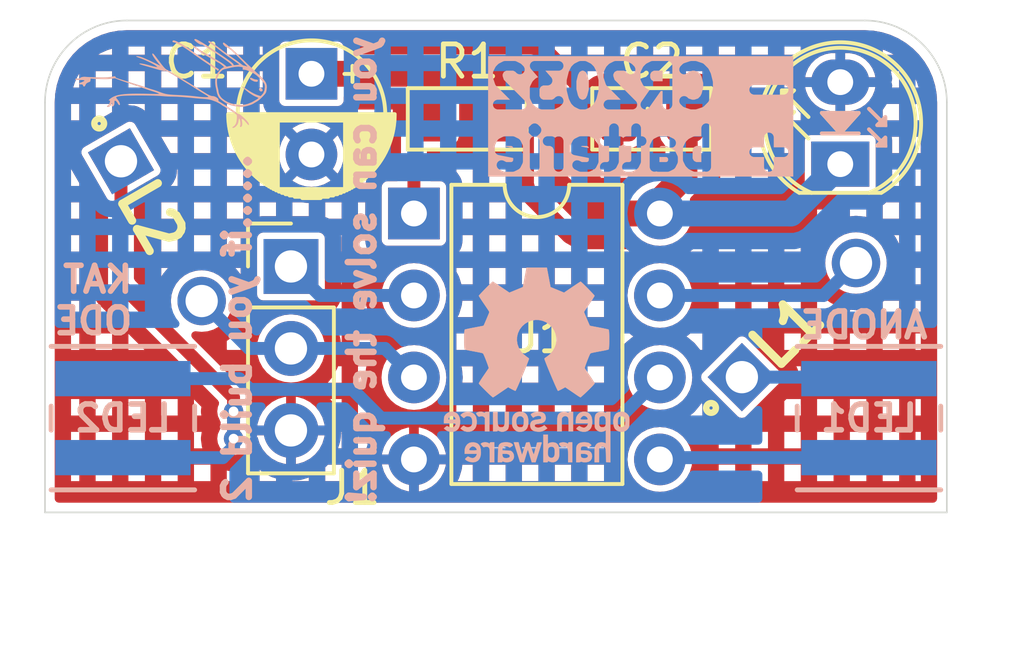
<source format=kicad_pcb>
(kicad_pcb (version 20240108) (generator "pcbnew") (generator_version "8.0")
  (title_block (title "FF2.0") (date "2024-12-14") (rev "0.2.0") (company "25mmHg"))
  (layers (0 "F.Cu" signal) (31 "B.Cu" signal) (34 "B.Paste" user) (35 "F.Paste" user) (36 "B.SilkS" user "B.Silkscreen") (37 "F.SilkS" user "F.Silkscreen") (38 "B.Mask" user) (39 "F.Mask" user) (44 "Edge.Cuts" user))
  (net 0 "")
  (net 1 "GND")
  (net 2 "+3V3")
  (net 3 "Net-(U1-PB3)")
  (net 4 "/pb4")
  (net 5 "/pb2")
  (net 6 "Net-(L1-Pad1)")
  (net 7 "Net-(L2-Pad1)")
  (net 8 "Net-(U1-PB0)")
  (net 9 "Net-(U1-PB1)")
  (net 10 "Net-(U1-~{RESET}{slash}PB5)")
  (footprint "FF2.0Library:C_0805_2012Metric_Pad1.15x1.40mm_HandSolder" (layer "F.Cu") (at 120.396 104.648 180)
    (property "Reference" "C2" (at 0 1.778 180) (layer "F.SilkS"))
    (property "Value" "100nF 1206")
    (pad "1" smd roundrect (at -1.025 0 180) (size 1.15 1.4) (layers "F.Cu" "F.Paste" "F.Mask") (roundrect_rratio 0.217391) (net 2 "+3V3"))
    (pad "2" smd roundrect (at 1.025 0 180) (size 1.15 1.4) (layers "F.Cu" "F.Paste" "F.Mask") (roundrect_rratio 0.217391) (net 1 "GND"))
  )
  (footprint "FF2.0Library:CP_Radial_D5.0mm_P2.50mm" (layer "F.Cu") (at 109.855 103.251 -90)
    (property "Reference" "C1" (at -0.381 3.556 0) (layer "F.SilkS"))
    (property "Value" "100uF 10V" (hide yes))
    (pad "1" thru_hole rect (at 0 0 270) (size 1.6 1.6) (drill 0.8) (layers "*.Cu" "*.Mask") (net 2 "+3V3"))
    (pad "2" thru_hole circle (at 2.5 0 270) (size 1.6 1.6) (drill 0.8) (layers "*.Cu" "*.Mask") (net 1 "GND"))
  )
  (footprint "FF2.0Library:DIP-8_W7.62mm" (layer "F.Cu") (at 113.03 107.579)
    (property "Reference" "U1" (at 3.81 3.8 0) (layer "F.SilkS"))
    (property "Value" "ATtiny13A-P")
    (pad "1" thru_hole rect (at 0 0) (size 1.6 1.6) (drill 0.8) (layers "*.Cu" "*.Mask") (net 10 "Net-(U1-~{RESET}{slash}PB5)"))
    (pad "2" thru_hole oval (at 0 2.54) (size 1.6 1.6) (drill 0.8) (layers "*.Cu" "*.Mask") (net 3 "Net-(U1-PB3)"))
    (pad "3" thru_hole oval (at 0 5.08) (size 1.6 1.6) (drill 0.8) (layers "*.Cu" "*.Mask") (net 4 "/pb4"))
    (pad "4" thru_hole oval (at 0 7.62) (size 1.6 1.6) (drill 0.8) (layers "*.Cu" "*.Mask") (net 1 "GND"))
    (pad "5" thru_hole oval (at 7.62 7.62) (size 1.6 1.6) (drill 0.8) (layers "*.Cu" "*.Mask") (net 8 "Net-(U1-PB0)"))
    (pad "6" thru_hole oval (at 7.62 5.08) (size 1.6 1.6) (drill 0.8) (layers "*.Cu" "*.Mask") (net 9 "Net-(U1-PB1)"))
    (pad "7" thru_hole oval (at 7.62 2.54) (size 1.6 1.6) (drill 0.8) (layers "*.Cu" "*.Mask") (net 5 "/pb2"))
    (pad "8" thru_hole oval (at 7.62 0) (size 1.6 1.6) (drill 0.8) (layers "*.Cu" "*.Mask") (net 2 "+3V3"))
  )
  (footprint "FF2.0Library:B78148S" (layer "F.Cu") (at 123.19 112.649 45)
    (property "Reference" "L1" (at 1.975656 0 45) (layer "F.SilkS") (effects (font (size 1.27 1.27) (thickness 0.254))))
    (property "Value" "B78148S1334J000" (hide yes))
    (pad "1" thru_hole rect (at 0 0 45) (size 1.5 1.5) (drill 1) (layers "*.Cu" "*.Mask") (net 6 "Net-(L1-Pad1)"))
    (pad "2" thru_hole circle (at 5 0 45) (size 1.5 1.5) (drill 1) (layers "*.Cu" "*.Mask") (net 5 "/pb2"))
  )
  (footprint "FF2.0Library:R_0805_2012Metric_Pad1.15x1.40mm_HandSolder" (layer "F.Cu") (at 114.681 104.648 180)
    (property "Reference" "R1" (at 0 1.778 0) (layer "F.SilkS"))
    (property "Value" "1k")
    (pad "1" smd roundrect (at -1.025 0 180) (size 1.15 1.4) (layers "F.Cu" "F.Paste" "F.Mask") (roundrect_rratio 0.217391) (net 2 "+3V3"))
    (pad "2" smd roundrect (at 1.025 0 180) (size 1.15 1.4) (layers "F.Cu" "F.Paste" "F.Mask") (roundrect_rratio 0.217391) (net 10 "Net-(U1-~{RESET}{slash}PB5)"))
  )
  (footprint "FF2.0Library:LED_D5.0mm_Clear" (layer "F.Cu") (at 126.238 106.05 90)
    (property "Reference" "D1" (hide yes))
    (property "Value" "LED unused" (hide yes))
    (pad "1" thru_hole rect (at 0 0 90) (size 1.4 1.8) (drill 0.8) (layers "*.Cu" "*.Mask") (net 2 "+3V3"))
    (pad "2" thru_hole oval (at 2.54 0 90) (size 1.4 1.8) (drill 0.8) (layers "*.Cu" "*.Mask") (net 1 "GND"))
  )
  (footprint "FF2.0Library:PinHeader_1x03_P2.54mm_Vertical" (layer "F.Cu") (at 109.22 109.22)
    (property "Reference" "J1" (at 1.905 6.858 0) (layer "F.SilkS"))
    (property "Value" "PINHD_1x3_Male")
    (pad "1" thru_hole rect (at 0 0) (size 1.7 1.7) (drill 1) (layers "*.Cu" "*.Mask") (net 3 "Net-(U1-PB3)"))
    (pad "2" thru_hole oval (at 0 2.54) (size 1.7 1.7) (drill 1) (layers "*.Cu" "*.Mask") (net 4 "/pb4"))
    (pad "3" thru_hole oval (at 0 5.08) (size 1.7 1.7) (drill 1) (layers "*.Cu" "*.Mask") (net 1 "GND"))
  )
  (footprint "FF2.0Library:B78148S" (layer "F.Cu") (at 103.954 105.961046 -60)
    (property "Reference" "L2" (at 1.976514 0.046485 120) (layer "F.SilkS") (effects (font (size 1.27 1.27) (thickness 0.254))))
    (property "Value" "B78148S1334J000" (hide yes))
    (pad "1" thru_hole rect (at 0 0 300) (size 1.5 1.5) (drill 1) (layers "*.Cu" "*.Mask") (net 7 "Net-(L2-Pad1)"))
    (pad "2" thru_hole circle (at 5 0 300) (size 1.5 1.5) (drill 1) (layers "*.Cu" "*.Mask") (net 4 "/pb4"))
  )
  (footprint "FF2.0Library:LED_LS A676-P2S1-1-0-20-R33-Z_AOS" (layer "B.Cu") (at 127.127 113.919 90)
    (property "Reference" "LED1" (at 0 0 0) (layer "B.SilkS") (effects (font (size 0.8 0.8) (thickness 0.175) (bold yes)) (justify mirror)))
    (property "Value" "LS A676 (side red)")
    (pad "1" smd rect (at -1.223902 0 90) (size 1.0922 4.191) (layers "B.Cu" "B.Paste" "B.Mask") (net 8 "Net-(U1-PB0)"))
    (pad "2" smd rect (at 1.223902 0 90) (size 1.0922 4.191) (layers "B.Cu" "B.Paste" "B.Mask") (net 6 "Net-(L1-Pad1)"))
  )
  (footprint "FF2.0Library:OSHW-Logo_5.7x6mm_SilkScreen" (layer "B.Cu") (at 116.84 112.268 180)
    (property "Reference" "REF**" (hide yes))
    (property "Value" "OSHW-Logo_5.7x6mm_SilkScreen" (hide yes))
  )
  (footprint "FF2.0Library:LED_LS A676-P2S1-1-0-20-R33-Z_AOS" (layer "B.Cu") (at 104.013 113.919 -90)
    (property "Reference" "LED2" (at 0 0 0) (layer "B.SilkS") (effects (font (size 0.8 0.8) (thickness 0.175) (bold yes)) (justify mirror)))
    (property "Value" "LS A676 (side red)")
    (pad "1" smd rect (at -1.223902 0 270) (size 1.0922 4.191) (layers "B.Cu" "B.Paste" "B.Mask") (net 9 "Net-(U1-PB1)"))
    (pad "2" smd rect (at 1.223902 0 270) (size 1.0922 4.191) (layers "B.Cu" "B.Paste" "B.Mask") (net 7 "Net-(L2-Pad1)"))
  )
  (footprint "FF2.0Library:Flyer" (layer "B.Cu") (at 106.807 104.013 180)
    (property "Reference" "REF**" (hide yes))
    (property "Value" "LOGO" (hide yes))
  )
  (gr_line (start 127 101.6) (end 104.14 101.6) (stroke (width 0.05)) (layer "Edge.Cuts"))
  (gr_line (start 101.6 116.84) (end 129.54 116.84) (stroke (width 0.05)) (layer "Edge.Cuts"))
  (gr_line (start 129.54 116.84) (end 129.54 104.14) (stroke (width 0.05)) (layer "Edge.Cuts"))
  (gr_arc (start 127 101.6) (mid 128.796051 102.343949) (end 129.54 104.14) (stroke (width 0.05)) (layer "Edge.Cuts"))
  (gr_arc (start 101.6 104.14) (mid 102.343949 102.343949) (end 104.14 101.6) (stroke (width 0.05)) (layer "Edge.Cuts"))
  (gr_line (start 101.6 104.14) (end 101.6 116.84) (stroke (width 0.05)) (layer "Edge.Cuts"))
  (gr_text "      ......if you build 2 \n\n\nyou can solve the quiz!" (at 111.887 101.981 90) (layer "B.SilkS") (effects (font (size 0.8 0.8) (thickness 0.2) (bold yes)) (justify left bottom mirror)))
  (gr_text "- CR2032\n+ batterie" (at 124.968 106.299 0) (layer "B.SilkS" knockout) (effects (font (size 1.2 1.2) (thickness 0.3) (bold yes)) (justify left bottom mirror)))
  (gr_text "KAT\nODE" (at 104.394 111.379 0) (layer "B.SilkS") (effects (font (size 0.8 0.8) (thickness 0.175) (bold yes)) (justify left bottom mirror)))
  (gr_text "ANODE" (at 129.032 111.506 0) (layer "B.SilkS") (effects (font (size 0.8 0.8) (thickness 0.175) (bold yes)) (justify left bottom mirror)))
  (segment (start 121.412 105.918) (end 121.421 105.909) (width 0.8) (layer "F.Cu") (net 2))
  (segment (start 116.586 103.251) (end 109.855 103.251) (width 0.8) (layer "F.Cu") (net 2))
  (segment (start 118.374 107.579) (end 117.348 106.553) (width 0.8) (layer "F.Cu") (net 2))
  (segment (start 121.412 106.426) (end 121.412 105.918) (width 0.8) (layer "F.Cu") (net 2))
  (segment (start 120.65 107.579) (end 120.65 107.188) (width 0.8) (layer "F.Cu") (net 2))
  (segment (start 117.348 104.013) (end 116.586 103.251) (width 0.8) (layer "F.Cu") (net 2))
  (segment (start 117.348 106.553) (end 117.348 104.013) (width 0.8) (layer "F.Cu") (net 2))
  (segment (start 126.106 106.05) (end 126.238 106.05) (width 0.4) (layer "F.Cu") (net 2))
  (segment (start 120.65 107.579) (end 118.374 107.579) (width 0.8) (layer "F.Cu") (net 2))
  (segment (start 115.706 104.648) (end 115.706 103.26) (width 0.4) (layer "F.Cu") (net 2))
  (segment (start 121.421 105.909) (end 121.421 104.648) (width 0.8) (layer "F.Cu") (net 2))
  (segment (start 120.65 107.188) (end 121.412 106.426) (width 0.8) (layer "F.Cu") (net 2))
  (segment (start 120.65 107.579) (end 124.709 107.579) (width 0.8) (layer "B.Cu") (net 2))
  (segment (start 124.709 107.579) (end 126.238 106.05) (width 0.8) (layer "B.Cu") (net 2))
  (segment (start 110.119 110.119) (end 109.22 109.22) (width 0.4) (layer "B.Cu") (net 3))
  (segment (start 113.03 110.119) (end 110.119 110.119) (width 0.4) (layer "B.Cu") (net 3))
  (segment (start 109.22 111.76) (end 107.922827 111.76) (width 0.4) (layer "B.Cu") (net 4))
  (segment (start 112.131 111.76) (end 109.22 111.76) (width 0.4) (layer "B.Cu") (net 4))
  (segment (start 107.922827 111.76) (end 106.454 110.291173) (width 0.4) (layer "B.Cu") (net 4))
  (segment (start 113.03 112.659) (end 112.131 111.76) (width 0.4) (layer "B.Cu") (net 4))
  (segment (start 120.65 110.119) (end 125.72 110.119) (width 0.4) (layer "B.Cu") (net 5))
  (segment (start 125.72 110.119) (end 126.725534 109.113466) (width 0.4) (layer "B.Cu") (net 5))
  (segment (start 127.080902 112.649) (end 127.127 112.695098) (width 0.4) (layer "B.Cu") (net 6))
  (segment (start 123.206746 112.632255) (end 123.163255 112.632255) (width 0.4) (layer "B.Cu") (net 6))
  (segment (start 123.19 112.649) (end 127.080902 112.649) (width 0.4) (layer "B.Cu") (net 6))
  (segment (start 107.442 113.71) (end 107.442 114.554) (width 0.4) (layer "F.Cu") (net 7))
  (segment (start 103.954 109.796) (end 106.172 112.014) (width 0.4) (layer "F.Cu") (net 7))
  (segment (start 107.442 113.284) (end 107.442 113.71) (width 0.4) (layer "F.Cu") (net 7))
  (segment (start 106.172 112.014) (end 107.442 113.284) (width 0.4) (layer "F.Cu") (net 7))
  (segment (start 103.954 105.961046) (end 103.954 109.796) (width 0.4) (layer "F.Cu") (net 7))
  (via (at 107.442 113.71) (size 0.6) (drill 0.3) (layers "F.Cu" "B.Cu") (net 7))
  (via (at 107.442 114.554) (size 0.6) (drill 0.3) (layers "F.Cu" "B.Cu") (net 7))
  (segment (start 107.442 114.808) (end 107.442 114.427) (width 0.4) (layer "B.Cu") (net 7))
  (segment (start 107.107098 115.142902) (end 107.188 115.062) (width 0.4) (layer "B.Cu") (net 7))
  (segment (start 107.188 115.062) (end 107.442 114.808) (width 0.4) (layer "B.Cu") (net 7))
  (segment (start 107.442 113.71) (end 107.442 114.427) (width 0.4) (layer "B.Cu") (net 7))
  (segment (start 104.013 115.142902) (end 107.107098 115.142902) (width 0.4) (layer "B.Cu") (net 7))
  (segment (start 127.127 115.142902) (end 120.706098 115.142902) (width 0.4) (layer "B.Cu") (net 8))
  (segment (start 120.706098 115.142902) (end 120.65 115.199) (width 0.4) (layer "B.Cu") (net 8))
  (segment (start 111.125 113.03) (end 107.95 113.03) (width 0.4) (layer "B.Cu") (net 9))
  (segment (start 119.39 113.919) (end 112.014 113.919) (width 0.4) (layer "B.Cu") (net 9))
  (segment (start 107.615098 112.695098) (end 104.013 112.695098) (width 0.4) (layer "B.Cu") (net 9))
  (segment (start 112.014 113.919) (end 111.125 113.03) (width 0.4) (layer "B.Cu") (net 9))
  (segment (start 120.65 112.659) (end 119.39 113.919) (width 0.4) (layer "B.Cu") (net 9))
  (segment (start 104.013 112.695098) (end 104.327902 113.01) (width 0.4) (layer "B.Cu") (net 9))
  (segment (start 107.95 113.03) (end 107.615098 112.695098) (width 0.4) (layer "B.Cu") (net 9))
  (segment (start 113.03 105.274) (end 113.656 104.648) (width 0.4) (layer "F.Cu") (net 10))
  (segment (start 113.03 107.579) (end 113.03 105.274) (width 0.4) (layer "F.Cu") (net 10))
  (zone (net 1) (net_name "GND") (layers "F&B.Cu") (connect_pads (clearance 0.2)) (min_thickness 0.254) (fill yes (mode hatch) (thermal_gap 0.2) (thermal_bridge_width 0.3) (hatch_thickness 0.508) (hatch_gap 0.508) (hatch_orientation 0) (hatch_border_algorithm hatch_thickness) (hatch_min_hole_area 0.3))
    (polygon (pts (xy 100.457 100.965) (xy 131.953 100.965) (xy 131.953 118.364) (xy 100.457 118.364)))
  )
  (zone (net 0) (net_name "") (layer "B.Cu") (connect_pads (clearance 0)) (min_thickness 0.254)
    (keepout (tracks allowed) (vias allowed) (pads allowed) (copperpour not_allowed) (footprints allowed))
    (fill (mode hatch) (thermal_gap 0.2) (thermal_bridge_width 0.3) (hatch_thickness 0.508) (hatch_gap 0.254) (hatch_orientation 0) (hatch_border_algorithm hatch_thickness) (hatch_min_hole_area 0.3))
    (polygon (pts (xy 130.175 117.475) (xy 123.825 117.475) (xy 123.825 111.125) (xy 130.175 111.125)))
  )
  (zone (net 0) (net_name "") (layer "B.Cu") (connect_pads (clearance 0)) (min_thickness 0.254)
    (keepout (tracks allowed) (vias allowed) (pads allowed) (copperpour not_allowed) (footprints allowed))
    (fill (mode hatch) (thermal_gap 0.2) (thermal_bridge_width 0.3) (hatch_thickness 0.508) (hatch_gap 0.254) (hatch_orientation 0) (hatch_border_algorithm hatch_thickness) (hatch_min_hole_area 0.3))
    (polygon (pts (xy 107.315 117.475) (xy 100.965 117.475) (xy 100.965 111.125) (xy 107.315 111.125)))
  )
)
</source>
